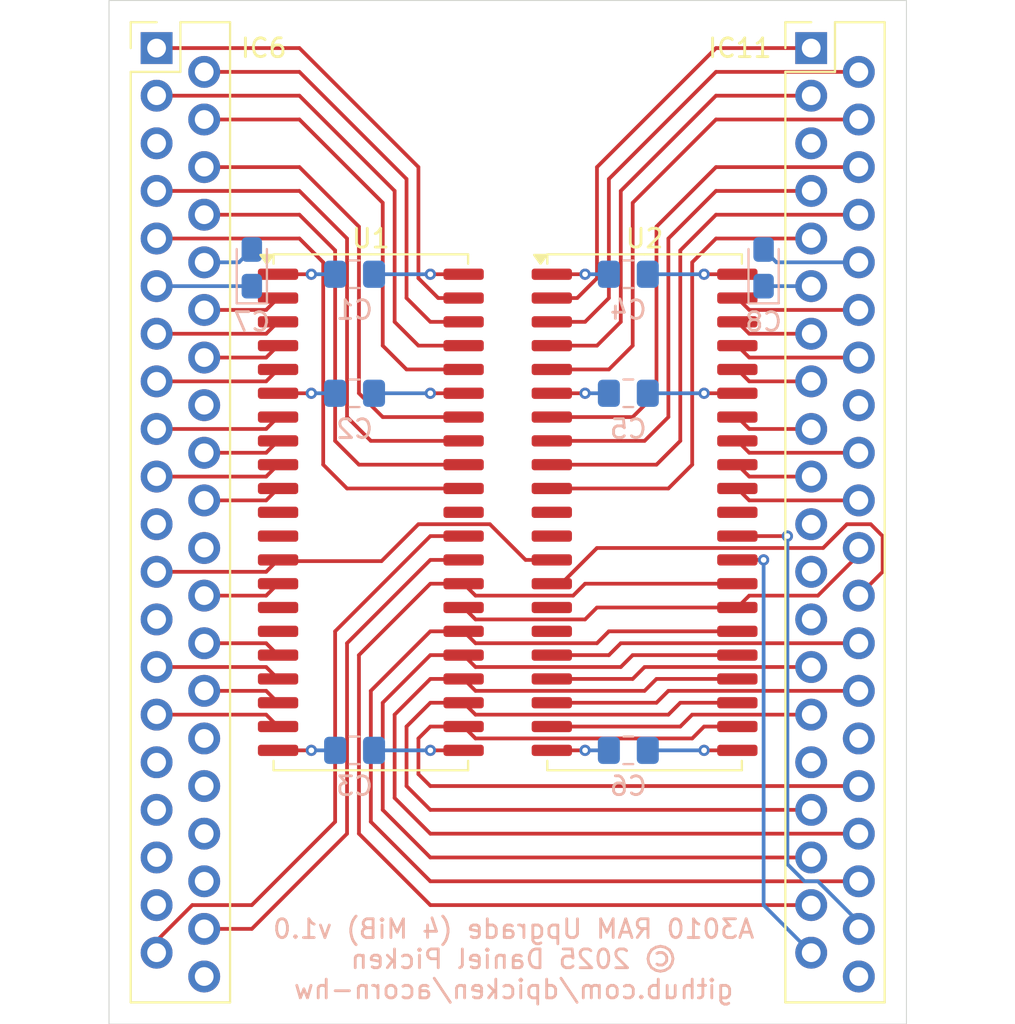
<source format=kicad_pcb>
(kicad_pcb (version 20241229) (generator "pcbnew") (generator_version "9.0")
  (title_block (title "a3010-ram-upgrade") (date "2025-09-29") (rev "1.0"))
  (layers (0 "F.Cu" signal) (4 "In1.Cu" power) (6 "In2.Cu" power) (2 "B.Cu" signal) (13 "F.Paste" user) (15 "B.Paste" user) (5 "F.SilkS" user "F.Silkscreen") (7 "B.SilkS" user "B.Silkscreen") (1 "F.Mask" user) (3 "B.Mask" user) (25 "Edge.Cuts" user))
  (net 0 "")
  (net 1 "Rd<8>")
  (net 2 "Rd<0>")
  (net 3 "Rd<6>")
  (net 4 "Rd<15>")
  (net 5 "Net-(IC6-A1)")
  (net 6 "Rd<9>")
  (net 7 "Net-(IC6-A2)")
  (net 8 "~{CAS_Rd<0..7>}")
  (net 9 "Rd<3>")
  (net 10 "Net-(IC6-A3)")
  (net 11 "VCC")
  (net 13 "Rd<14>")
  (net 14 "~{WE}")
  (net 16 "Rd<12>")
  (net 18 "Rd<2>")
  (net 19 "GND")
  (net 21 "Rd<1>")
  (net 22 "~{CAS_Rd<8..15>}")
  (net 23 "Rd<10>")
  (net 26 "Rd<4>")
  (net 28 "Net-(IC6-A0)")
  (net 29 "Rd<5>")
  (net 30 "Rd<7>")
  (net 34 "Net-(IC6-Ras*)")
  (net 35 "Rd<13>")
  (net 36 "Rd<11>")
  (net 37 "Rd<21>")
  (net 38 "Rd<29>")
  (net 39 "Rd<22>")
  (net 40 "Rd<19>")
  (net 41 "~{CAS_Rd<16..23>}")
  (net 42 "Rd<18>")
  (net 43 "A8")
  (net 44 "Rd<17>")
  (net 45 "A5")
  (net 46 "~{CAS_Rd<24..31>}")
  (net 50 "Rd<30>")
  (net 51 "A6")
  (net 52 "Rd<28>")
  (net 53 "Net-(IC11-Ras*)")
  (net 54 "Rd<26>")
  (net 55 "Rd<25>")
  (net 56 "Rd<16>")
  (net 57 "A7")
  (net 58 "Rd<20>")
  (net 59 "Rd<23>")
  (net 61 "A4")
  (net 62 "Rd<31>")
  (net 63 "Rd<27>")
  (net 64 "Rd<24>")
  (net 75 "~{OE}")
  (net 76 "A9")
  (net 77 "Net-(IC11-A1)")
  (net 78 "Net-(IC11-A0)")
  (net 79 "Net-(IC11-A3)")
  (net 80 "Net-(IC11-A2)")
  (footprint "acorn-hw-footprints:zip-40" (layer "F.Cu") (at 128.27 76.2)
    (property "Reference" "IC6" (at 4.445 -25.4 0) (layer "F.SilkS"))
    (property "Value" "a3010-upgrade-memory")
    (pad "1" thru_hole rect (at -1.27 -25.4) (size 1.7 1.7) (drill 1) (layers "*.Cu" "*.Mask") (net 1 "Rd<8>"))
    (pad "2" thru_hole circle (at 1.27 -24.13) (size 1.7 1.7) (drill 1) (layers "*.Cu" "*.Mask") (net 6 "Rd<9>"))
    (pad "3" thru_hole circle (at -1.27 -22.86) (size 1.7 1.7) (drill 1) (layers "*.Cu" "*.Mask") (net 23 "Rd<10>"))
    (pad "4" thru_hole circle (at 1.27 -21.59) (size 1.7 1.7) (drill 1) (layers "*.Cu" "*.Mask") (net 36 "Rd<11>"))
    (pad "5" thru_hole circle (at -1.27 -20.32) (size 1.7 1.7) (drill 1) (layers "*.Cu" "*.Mask") (net 19 "GND"))
    (pad "6" thru_hole circle (at 1.27 -19.05) (size 1.7 1.7) (drill 1) (layers "*.Cu" "*.Mask") (net 16 "Rd<12>"))
    (pad "7" thru_hole circle (at -1.27 -17.78) (size 1.7 1.7) (drill 1) (layers "*.Cu" "*.Mask") (net 35 "Rd<13>"))
    (pad "8" thru_hole circle (at 1.27 -16.51) (size 1.7 1.7) (drill 1) (layers "*.Cu" "*.Mask") (net 13 "Rd<14>"))
    (pad "9" thru_hole circle (at -1.27 -15.24) (size 1.7 1.7) (drill 1) (layers "*.Cu" "*.Mask") (net 4 "Rd<15>"))
    (pad "10" thru_hole circle (at 1.27 -13.97) (size 1.7 1.7) (drill 1) (layers "*.Cu" "*.Mask") (net 19 "GND"))
    (pad "11" thru_hole circle (at -1.27 -12.7) (size 1.7 1.7) (drill 1) (layers "*.Cu" "*.Mask") (net 11 "VCC"))
    (pad "12" thru_hole circle (at 1.27 -11.43) (size 1.7 1.7) (drill 1) (layers "*.Cu" "*.Mask") (net 2 "Rd<0>"))
    (pad "13" thru_hole circle (at -1.27 -10.16) (size 1.7 1.7) (drill 1) (layers "*.Cu" "*.Mask") (net 21 "Rd<1>"))
    (pad "14" thru_hole circle (at 1.27 -8.89) (size 1.7 1.7) (drill 1) (layers "*.Cu" "*.Mask") (net 18 "Rd<2>"))
    (pad "15" thru_hole circle (at -1.27 -7.62) (size 1.7 1.7) (drill 1) (layers "*.Cu" "*.Mask") (net 9 "Rd<3>"))
    (pad "16" thru_hole circle (at 1.27 -6.35) (size 1.7 1.7) (drill 1) (layers "*.Cu" "*.Mask") (net 11 "VCC"))
    (pad "17" thru_hole circle (at -1.27 -5.08) (size 1.7 1.7) (drill 1) (layers "*.Cu" "*.Mask") (net 26 "Rd<4>"))
    (pad "18" thru_hole circle (at 1.27 -3.81) (size 1.7 1.7) (drill 1) (layers "*.Cu" "*.Mask") (net 29 "Rd<5>"))
    (pad "19" thru_hole circle (at -1.27 -2.54) (size 1.7 1.7) (drill 1) (layers "*.Cu" "*.Mask") (net 3 "Rd<6>"))
    (pad "20" thru_hole circle (at 1.27 -1.27) (size 1.7 1.7) (drill 1) (layers "*.Cu" "*.Mask") (net 30 "Rd<7>"))
    (pad "21" thru_hole circle (at -1.27 0) (size 1.7 1.7) (drill 1) (layers "*.Cu" "*.Mask"))
    (pad "22" thru_hole circle (at 1.27 1.27) (size 1.7 1.7) (drill 1) (layers "*.Cu" "*.Mask"))
    (pad "23" thru_hole circle (at -1.27 2.54) (size 1.7 1.7) (drill 1) (layers "*.Cu" "*.Mask") (net 14 "~{WE}"))
    (pad "24" thru_hole circle (at 1.27 3.81) (size 1.7 1.7) (drill 1) (layers "*.Cu" "*.Mask") (net 34 "Net-(IC6-Ras*)"))
    (pad "25" thru_hole circle (at -1.27 5.08) (size 1.7 1.7) (drill 1) (layers "*.Cu" "*.Mask"))
    (pad "26" thru_hole circle (at 1.27 6.35) (size 1.7 1.7) (drill 1) (layers "*.Cu" "*.Mask") (net 28 "Net-(IC6-A0)"))
    (pad "27" thru_hole circle (at -1.27 7.62) (size 1.7 1.7) (drill 1) (layers "*.Cu" "*.Mask") (net 5 "Net-(IC6-A1)"))
    (pad "28" thru_hole circle (at 1.27 8.89) (size 1.7 1.7) (drill 1) (layers "*.Cu" "*.Mask") (net 7 "Net-(IC6-A2)"))
    (pad "29" thru_hole circle (at -1.27 10.16) (size 1.7 1.7) (drill 1) (layers "*.Cu" "*.Mask") (net 10 "Net-(IC6-A3)"))
    (pad "30" thru_hole circle (at 1.27 11.43) (size 1.7 1.7) (drill 1) (layers "*.Cu" "*.Mask") (net 11 "VCC"))
    (pad "31" thru_hole circle (at -1.27 12.7) (size 1.7 1.7) (drill 1) (layers "*.Cu" "*.Mask") (net 19 "GND"))
    (pad "32" thru_hole circle (at 1.27 13.97) (size 1.7 1.7) (drill 1) (layers "*.Cu" "*.Mask"))
    (pad "33" thru_hole circle (at -1.27 15.24) (size 1.7 1.7) (drill 1) (layers "*.Cu" "*.Mask"))
    (pad "34" thru_hole circle (at 1.27 16.51) (size 1.7 1.7) (drill 1) (layers "*.Cu" "*.Mask"))
    (pad "35" thru_hole circle (at -1.27 17.78) (size 1.7 1.7) (drill 1) (layers "*.Cu" "*.Mask"))
    (pad "36" thru_hole circle (at 1.27 19.05) (size 1.7 1.7) (drill 1) (layers "*.Cu" "*.Mask"))
    (pad "37" thru_hole circle (at -1.27 20.32) (size 1.7 1.7) (drill 1) (layers "*.Cu" "*.Mask"))
    (pad "38" thru_hole circle (at 1.27 21.59) (size 1.7 1.7) (drill 1) (layers "*.Cu" "*.Mask") (net 22 "~{CAS_Rd<8..15>}"))
    (pad "39" thru_hole circle (at -1.27 22.86) (size 1.7 1.7) (drill 1) (layers "*.Cu" "*.Mask") (net 8 "~{CAS_Rd<0..7>}"))
    (pad "40" thru_hole circle (at 1.27 24.13) (size 1.7 1.7) (drill 1) (layers "*.Cu" "*.Mask"))
  )
  (footprint "acorn-hw-footprints:SOJ-42_10.16x26.035mm_P1.27mm" (layer "F.Cu") (at 153.035 76.2)
    (property "Reference" "U2" (at 0 -15.24 0) (layer "F.SilkS"))
    (property "Value" "MT4C1M16E5DJ")
    (pad "1" smd roundrect (at -4.95 -13.335) (size 2.15 0.6) (layers "F.Cu" "F.Mask" "F.Paste") (net 11 "VCC"))
    (pad "2" smd roundrect (at -4.95 -12.065) (size 2.15 0.6) (layers "F.Cu" "F.Mask" "F.Paste") (net 64 "Rd<24>"))
    (pad "3" smd roundrect (at -4.95 -10.795) (size 2.15 0.6) (layers "F.Cu" "F.Mask" "F.Paste") (net 55 "Rd<25>"))
    (pad "4" smd roundrect (at -4.95 -9.525) (size 2.15 0.6) (layers "F.Cu" "F.Mask" "F.Paste") (net 54 "Rd<26>"))
    (pad "5" smd roundrect (at -4.95 -8.255) (size 2.15 0.6) (layers "F.Cu" "F.Mask" "F.Paste") (net 63 "Rd<27>"))
    (pad "6" smd roundrect (at -4.95 -6.985) (size 2.15 0.6) (layers "F.Cu" "F.Mask" "F.Paste") (net 11 "VCC"))
    (pad "7" smd roundrect (at -4.95 -5.715) (size 2.15 0.6) (layers "F.Cu" "F.Mask" "F.Paste") (net 52 "Rd<28>"))
    (pad "8" smd roundrect (at -4.95 -4.445) (size 2.15 0.6) (layers "F.Cu" "F.Mask" "F.Paste") (net 38 "Rd<29>"))
    (pad "9" smd roundrect (at -4.95 -3.175) (size 2.15 0.6) (layers "F.Cu" "F.Mask" "F.Paste") (net 50 "Rd<30>"))
    (pad "10" smd roundrect (at -4.95 -1.905) (size 2.15 0.6) (layers "F.Cu" "F.Mask" "F.Paste") (net 62 "Rd<31>"))
    (pad "11" smd roundrect (at -4.95 -0.635) (size 2.15 0.6) (layers "F.Cu" "F.Mask" "F.Paste"))
    (pad "12" smd roundrect (at -4.95 0.635) (size 2.15 0.6) (layers "F.Cu" "F.Mask" "F.Paste"))
    (pad "13" smd roundrect (at -4.95 1.905) (size 2.15 0.6) (layers "F.Cu" "F.Mask" "F.Paste") (net 14 "~{WE}"))
    (pad "14" smd roundrect (at -4.95 3.175) (size 2.15 0.6) (layers "F.Cu" "F.Mask" "F.Paste") (net 53 "Net-(IC11-Ras*)"))
    (pad "15" smd roundrect (at -4.95 4.445) (size 2.15 0.6) (layers "F.Cu" "F.Mask" "F.Paste"))
    (pad "16" smd roundrect (at -4.95 5.715) (size 2.15 0.6) (layers "F.Cu" "F.Mask" "F.Paste"))
    (pad "17" smd roundrect (at -4.95 6.985) (size 2.15 0.6) (layers "F.Cu" "F.Mask" "F.Paste") (net 78 "Net-(IC11-A0)"))
    (pad "18" smd roundrect (at -4.95 8.255) (size 2.15 0.6) (layers "F.Cu" "F.Mask" "F.Paste") (net 77 "Net-(IC11-A1)"))
    (pad "19" smd roundrect (at -4.95 9.525) (size 2.15 0.6) (layers "F.Cu" "F.Mask" "F.Paste") (net 80 "Net-(IC11-A2)"))
    (pad "20" smd roundrect (at -4.95 10.795) (size 2.15 0.6) (layers "F.Cu" "F.Mask" "F.Paste") (net 79 "Net-(IC11-A3)"))
    (pad "21" smd roundrect (at -4.95 12.065) (size 2.15 0.6) (layers "F.Cu" "F.Mask" "F.Paste") (net 11 "VCC"))
    (pad "22" smd roundrect (at 4.95 12.065) (size 2.15 0.6) (layers "F.Cu" "F.Mask" "F.Paste") (net 19 "GND"))
    (pad "23" smd roundrect (at 4.95 10.795) (size 2.15 0.6) (layers "F.Cu" "F.Mask" "F.Paste") (net 61 "A4"))
    (pad "24" smd roundrect (at 4.95 9.525) (size 2.15 0.6) (layers "F.Cu" "F.Mask" "F.Paste") (net 45 "A5"))
    (pad "25" smd roundrect (at 4.95 8.255) (size 2.15 0.6) (layers "F.Cu" "F.Mask" "F.Paste") (net 51 "A6"))
    (pad "26" smd roundrect (at 4.95 6.985) (size 2.15 0.6) (layers "F.Cu" "F.Mask" "F.Paste") (net 57 "A7"))
    (pad "27" smd roundrect (at 4.95 5.715) (size 2.15 0.6) (layers "F.Cu" "F.Mask" "F.Paste") (net 43 "A8"))
    (pad "28" smd roundrect (at 4.95 4.445) (size 2.15 0.6) (layers "F.Cu" "F.Mask" "F.Paste") (net 76 "A9"))
    (pad "29" smd roundrect (at 4.95 3.175) (size 2.15 0.6) (layers "F.Cu" "F.Mask" "F.Paste") (net 75 "~{OE}"))
    (pad "30" smd roundrect (at 4.95 1.905) (size 2.15 0.6) (layers "F.Cu" "F.Mask" "F.Paste") (net 41 "~{CAS_Rd<16..23>}"))
    (pad "31" smd roundrect (at 4.95 0.635) (size 2.15 0.6) (layers "F.Cu" "F.Mask" "F.Paste") (net 46 "~{CAS_Rd<24..31>}"))
    (pad "32" smd roundrect (at 4.95 -0.635) (size 2.15 0.6) (layers "F.Cu" "F.Mask" "F.Paste"))
    (pad "33" smd roundrect (at 4.95 -1.905) (size 2.15 0.6) (layers "F.Cu" "F.Mask" "F.Paste") (net 59 "Rd<23>"))
    (pad "34" smd roundrect (at 4.95 -3.175) (size 2.15 0.6) (layers "F.Cu" "F.Mask" "F.Paste") (net 39 "Rd<22>"))
    (pad "35" smd roundrect (at 4.95 -4.445) (size 2.15 0.6) (layers "F.Cu" "F.Mask" "F.Paste") (net 37 "Rd<21>"))
    (pad "36" smd roundrect (at 4.95 -5.715) (size 2.15 0.6) (layers "F.Cu" "F.Mask" "F.Paste") (net 58 "Rd<20>"))
    (pad "37" smd roundrect (at 4.95 -6.985) (size 2.15 0.6) (layers "F.Cu" "F.Mask" "F.Paste") (net 19 "GND"))
    (pad "38" smd roundrect (at 4.95 -8.255) (size 2.15 0.6) (layers "F.Cu" "F.Mask" "F.Paste") (net 40 "Rd<19>"))
    (pad "39" smd roundrect (at 4.95 -9.525) (size 2.15 0.6) (layers "F.Cu" "F.Mask" "F.Paste") (net 42 "Rd<18>"))
    (pad "40" smd roundrect (at 4.95 -10.795) (size 2.15 0.6) (layers "F.Cu" "F.Mask" "F.Paste") (net 44 "Rd<17>"))
    (pad "41" smd roundrect (at 4.95 -12.065) (size 2.15 0.6) (layers "F.Cu" "F.Mask" "F.Paste") (net 56 "Rd<16>"))
    (pad "42" smd roundrect (at 4.95 -13.335) (size 2.15 0.6) (layers "F.Cu" "F.Mask" "F.Paste") (net 19 "GND"))
  )
  (footprint "acorn-hw-footprints:SOJ-42_10.16x26.035mm_P1.27mm" (layer "F.Cu") (at 138.43 76.2)
    (property "Reference" "U1" (at 0 -15.24 0) (layer "F.SilkS"))
    (property "Value" "MT4C1M16E5DJ")
    (pad "1" smd roundrect (at -4.95 -13.335) (size 2.15 0.6) (layers "F.Cu" "F.Mask" "F.Paste") (net 11 "VCC"))
    (pad "2" smd roundrect (at -4.95 -12.065) (size 2.15 0.6) (layers "F.Cu" "F.Mask" "F.Paste") (net 2 "Rd<0>"))
    (pad "3" smd roundrect (at -4.95 -10.795) (size 2.15 0.6) (layers "F.Cu" "F.Mask" "F.Paste") (net 21 "Rd<1>"))
    (pad "4" smd roundrect (at -4.95 -9.525) (size 2.15 0.6) (layers "F.Cu" "F.Mask" "F.Paste") (net 18 "Rd<2>"))
    (pad "5" smd roundrect (at -4.95 -8.255) (size 2.15 0.6) (layers "F.Cu" "F.Mask" "F.Paste") (net 9 "Rd<3>"))
    (pad "6" smd roundrect (at -4.95 -6.985) (size 2.15 0.6) (layers "F.Cu" "F.Mask" "F.Paste") (net 11 "VCC"))
    (pad "7" smd roundrect (at -4.95 -5.715) (size 2.15 0.6) (layers "F.Cu" "F.Mask" "F.Paste") (net 26 "Rd<4>"))
    (pad "8" smd roundrect (at -4.95 -4.445) (size 2.15 0.6) (layers "F.Cu" "F.Mask" "F.Paste") (net 29 "Rd<5>"))
    (pad "9" smd roundrect (at -4.95 -3.175) (size 2.15 0.6) (layers "F.Cu" "F.Mask" "F.Paste") (net 3 "Rd<6>"))
    (pad "10" smd roundrect (at -4.95 -1.905) (size 2.15 0.6) (layers "F.Cu" "F.Mask" "F.Paste") (net 30 "Rd<7>"))
    (pad "11" smd roundrect (at -4.95 -0.635) (size 2.15 0.6) (layers "F.Cu" "F.Mask" "F.Paste"))
    (pad "12" smd roundrect (at -4.95 0.635) (size 2.15 0.6) (layers "F.Cu" "F.Mask" "F.Paste"))
    (pad "13" smd roundrect (at -4.95 1.905) (size 2.15 0.6) (layers "F.Cu" "F.Mask" "F.Paste") (net 14 "~{WE}"))
    (pad "14" smd roundrect (at -4.95 3.175) (size 2.15 0.6) (layers "F.Cu" "F.Mask" "F.Paste") (net 34 "Net-(IC6-Ras*)"))
    (pad "15" smd roundrect (at -4.95 4.445) (size 2.15 0.6) (layers "F.Cu" "F.Mask" "F.Paste"))
    (pad "16" smd roundrect (at -4.95 5.715) (size 2.15 0.6) (layers "F.Cu" "F.Mask" "F.Paste"))
    (pad "17" smd roundrect (at -4.95 6.985) (size 2.15 0.6) (layers "F.Cu" "F.Mask" "F.Paste") (net 28 "Net-(IC6-A0)"))
    (pad "18" smd roundrect (at -4.95 8.255) (size 2.15 0.6) (layers "F.Cu" "F.Mask" "F.Paste") (net 5 "Net-(IC6-A1)"))
    (pad "19" smd roundrect (at -4.95 9.525) (size 2.15 0.6) (layers "F.Cu" "F.Mask" "F.Paste") (net 7 "Net-(IC6-A2)"))
    (pad "20" smd roundrect (at -4.95 10.795) (size 2.15 0.6) (layers "F.Cu" "F.Mask" "F.Paste") (net 10 "Net-(IC6-A3)"))
    (pad "21" smd roundrect (at -4.95 12.065) (size 2.15 0.6) (layers "F.Cu" "F.Mask" "F.Paste") (net 11 "VCC"))
    (pad "22" smd roundrect (at 4.95 12.065) (size 2.15 0.6) (layers "F.Cu" "F.Mask" "F.Paste") (net 19 "GND"))
    (pad "23" smd roundrect (at 4.95 10.795) (size 2.15 0.6) (layers "F.Cu" "F.Mask" "F.Paste") (net 61 "A4"))
    (pad "24" smd roundrect (at 4.95 9.525) (size 2.15 0.6) (layers "F.Cu" "F.Mask" "F.Paste") (net 45 "A5"))
    (pad "25" smd roundrect (at 4.95 8.255) (size 2.15 0.6) (layers "F.Cu" "F.Mask" "F.Paste") (net 51 "A6"))
    (pad "26" smd roundrect (at 4.95 6.985) (size 2.15 0.6) (layers "F.Cu" "F.Mask" "F.Paste") (net 57 "A7"))
    (pad "27" smd roundrect (at 4.95 5.715) (size 2.15 0.6) (layers "F.Cu" "F.Mask" "F.Paste") (net 43 "A8"))
    (pad "28" smd roundrect (at 4.95 4.445) (size 2.15 0.6) (layers "F.Cu" "F.Mask" "F.Paste") (net 76 "A9"))
    (pad "29" smd roundrect (at 4.95 3.175) (size 2.15 0.6) (layers "F.Cu" "F.Mask" "F.Paste") (net 75 "~{OE}"))
    (pad "30" smd roundrect (at 4.95 1.905) (size 2.15 0.6) (layers "F.Cu" "F.Mask" "F.Paste") (net 22 "~{CAS_Rd<8..15>}"))
    (pad "31" smd roundrect (at 4.95 0.635) (size 2.15 0.6) (layers "F.Cu" "F.Mask" "F.Paste") (net 8 "~{CAS_Rd<0..7>}"))
    (pad "32" smd roundrect (at 4.95 -0.635) (size 2.15 0.6) (layers "F.Cu" "F.Mask" "F.Paste"))
    (pad "33" smd roundrect (at 4.95 -1.905) (size 2.15 0.6) (layers "F.Cu" "F.Mask" "F.Paste") (net 4 "Rd<15>"))
    (pad "34" smd roundrect (at 4.95 -3.175) (size 2.15 0.6) (layers "F.Cu" "F.Mask" "F.Paste") (net 13 "Rd<14>"))
    (pad "35" smd roundrect (at 4.95 -4.445) (size 2.15 0.6) (layers "F.Cu" "F.Mask" "F.Paste") (net 35 "Rd<13>"))
    (pad "36" smd roundrect (at 4.95 -5.715) (size 2.15 0.6) (layers "F.Cu" "F.Mask" "F.Paste") (net 16 "Rd<12>"))
    (pad "37" smd roundrect (at 4.95 -6.985) (size 2.15 0.6) (layers "F.Cu" "F.Mask" "F.Paste") (net 19 "GND"))
    (pad "38" smd roundrect (at 4.95 -8.255) (size 2.15 0.6) (layers "F.Cu" "F.Mask" "F.Paste") (net 36 "Rd<11>"))
    (pad "39" smd roundrect (at 4.95 -9.525) (size 2.15 0.6) (layers "F.Cu" "F.Mask" "F.Paste") (net 23 "Rd<10>"))
    (pad "40" smd roundrect (at 4.95 -10.795) (size 2.15 0.6) (layers "F.Cu" "F.Mask" "F.Paste") (net 6 "Rd<9>"))
    (pad "41" smd roundrect (at 4.95 -12.065) (size 2.15 0.6) (layers "F.Cu" "F.Mask" "F.Paste") (net 1 "Rd<8>"))
    (pad "42" smd roundrect (at 4.95 -13.335) (size 2.15 0.6) (layers "F.Cu" "F.Mask" "F.Paste") (net 19 "GND"))
  )
  (footprint "acorn-hw-footprints:zip-40" (layer "F.Cu") (at 163.195 76.2)
    (property "Reference" "IC11" (at -5.08 -25.4 0) (layer "F.SilkS"))
    (property "Value" "a3010-upgrade-memory")
    (pad "1" thru_hole rect (at -1.27 -25.4) (size 1.7 1.7) (drill 1) (layers "*.Cu" "*.Mask") (net 64 "Rd<24>"))
    (pad "2" thru_hole circle (at 1.27 -24.13) (size 1.7 1.7) (drill 1) (layers "*.Cu" "*.Mask") (net 55 "Rd<25>"))
    (pad "3" thru_hole circle (at -1.27 -22.86) (size 1.7 1.7) (drill 1) (layers "*.Cu" "*.Mask") (net 54 "Rd<26>"))
    (pad "4" thru_hole circle (at 1.27 -21.59) (size 1.7 1.7) (drill 1) (layers "*.Cu" "*.Mask") (net 63 "Rd<27>"))
    (pad "5" thru_hole circle (at -1.27 -20.32) (size 1.7 1.7) (drill 1) (layers "*.Cu" "*.Mask") (net 19 "GND"))
    (pad "6" thru_hole circle (at 1.27 -19.05) (size 1.7 1.7) (drill 1) (layers "*.Cu" "*.Mask") (net 52 "Rd<28>"))
    (pad "7" thru_hole circle (at -1.27 -17.78) (size 1.7 1.7) (drill 1) (layers "*.Cu" "*.Mask") (net 38 "Rd<29>"))
    (pad "8" thru_hole circle (at 1.27 -16.51) (size 1.7 1.7) (drill 1) (layers "*.Cu" "*.Mask") (net 50 "Rd<30>"))
    (pad "9" thru_hole circle (at -1.27 -15.24) (size 1.7 1.7) (drill 1) (layers "*.Cu" "*.Mask") (net 62 "Rd<31>"))
    (pad "10" thru_hole circle (at 1.27 -13.97) (size 1.7 1.7) (drill 1) (layers "*.Cu" "*.Mask") (net 19 "GND"))
    (pad "11" thru_hole circle (at -1.27 -12.7) (size 1.7 1.7) (drill 1) (layers "*.Cu" "*.Mask") (net 11 "VCC"))
    (pad "12" thru_hole circle (at 1.27 -11.43) (size 1.7 1.7) (drill 1) (layers "*.Cu" "*.Mask") (net 56 "Rd<16>"))
    (pad "13" thru_hole circle (at -1.27 -10.16) (size 1.7 1.7) (drill 1) (layers "*.Cu" "*.Mask") (net 44 "Rd<17>"))
    (pad "14" thru_hole circle (at 1.27 -8.89) (size 1.7 1.7) (drill 1) (layers "*.Cu" "*.Mask") (net 42 "Rd<18>"))
    (pad "15" thru_hole circle (at -1.27 -7.62) (size 1.7 1.7) (drill 1) (layers "*.Cu" "*.Mask") (net 40 "Rd<19>"))
    (pad "16" thru_hole circle (at 1.27 -6.35) (size 1.7 1.7) (drill 1) (layers "*.Cu" "*.Mask") (net 11 "VCC"))
    (pad "17" thru_hole circle (at -1.27 -5.08) (size 1.7 1.7) (drill 1) (layers "*.Cu" "*.Mask") (net 58 "Rd<20>"))
    (pad "18" thru_hole circle (at 1.27 -3.81) (size 1.7 1.7) (drill 1) (layers "*.Cu" "*.Mask") (net 37 "Rd<21>"))
    (pad "19" thru_hole circle (at -1.27 -2.54) (size 1.7 1.7) (drill 1) (layers "*.Cu" "*.Mask") (net 39 "Rd<22>"))
    (pad "20" thru_hole circle (at 1.27 -1.27) (size 1.7 1.7) (drill 1) (layers "*.Cu" "*.Mask") (net 59 "Rd<23>"))
    (pad "21" thru_hole circle (at -1.27 0) (size 1.7 1.7) (drill 1) (layers "*.Cu" "*.Mask"))
    (pad "22" thru_hole circle (at 1.27 1.27) (size 1.7 1.7) (drill 1) (layers "*.Cu" "*.Mask") (net 76 "A9"))
    (pad "23" thru_hole circle (at -1.27 2.54) (size 1.7 1.7) (drill 1) (layers "*.Cu" "*.Mask"))
    (pad "24" thru_hole circle (at 1.27 3.81) (size 1.7 1.7) (drill 1) (layers "*.Cu" "*.Mask") (net 53 "Net-(IC11-Ras*)"))
    (pad "25" thru_hole circle (at -1.27 5.08) (size 1.7 1.7) (drill 1) (layers "*.Cu" "*.Mask"))
    (pad "26" thru_hole circle (at 1.27 6.35) (size 1.7 1.7) (drill 1) (layers "*.Cu" "*.Mask") (net 78 "Net-(IC11-A0)"))
    (pad "27" thru_hole circle (at -1.27 7.62) (size 1.7 1.7) (drill 1) (layers "*.Cu" "*.Mask") (net 77 "Net-(IC11-A1)"))
    (pad "28" thru_hole circle (at 1.27 8.89) (size 1.7 1.7) (drill 1) (layers "*.Cu" "*.Mask") (net 80 "Net-(IC11-A2)"))
    (pad "29" thru_hole circle (at -1.27 10.16) (size 1.7 1.7) (drill 1) (layers "*.Cu" "*.Mask") (net 79 "Net-(IC11-A3)"))
    (pad "30" thru_hole circle (at 1.27 11.43) (size 1.7 1.7) (drill 1) (layers "*.Cu" "*.Mask") (net 11 "VCC"))
    (pad "31" thru_hole circle (at -1.27 12.7) (size 1.7 1.7) (drill 1) (layers "*.Cu" "*.Mask") (net 19 "GND"))
    (pad "32" thru_hole circle (at 1.27 13.97) (size 1.7 1.7) (drill 1) (layers "*.Cu" "*.Mask") (net 61 "A4"))
    (pad "33" thru_hole circle (at -1.27 15.24) (size 1.7 1.7) (drill 1) (layers "*.Cu" "*.Mask") (net 45 "A5"))
    (pad "34" thru_hole circle (at 1.27 16.51) (size 1.7 1.7) (drill 1) (layers "*.Cu" "*.Mask") (net 51 "A6"))
    (pad "35" thru_hole circle (at -1.27 17.78) (size 1.7 1.7) (drill 1) (layers "*.Cu" "*.Mask") (net 57 "A7"))
    (pad "36" thru_hole circle (at 1.27 19.05) (size 1.7 1.7) (drill 1) (layers "*.Cu" "*.Mask") (net 43 "A8"))
    (pad "37" thru_hole circle (at -1.27 20.32) (size 1.7 1.7) (drill 1) (layers "*.Cu" "*.Mask") (net 75 "~{OE}"))
    (pad "38" thru_hole circle (at 1.27 21.59) (size 1.7 1.7) (drill 1) (layers "*.Cu" "*.Mask") (net 46 "~{CAS_Rd<24..31>}"))
    (pad "39" thru_hole circle (at -1.27 22.86) (size 1.7 1.7) (drill 1) (layers "*.Cu" "*.Mask") (net 41 "~{CAS_Rd<16..23>}"))
    (pad "40" thru_hole circle (at 1.27 24.13) (size 1.7 1.7) (drill 1) (layers "*.Cu" "*.Mask"))
  )
  (footprint "Capacitor_SMD:C_0805_2012Metric_Pad1.18x1.45mm_HandSolder" (layer "B.Cu") (at 152.1675 88.265)
    (property "Reference" "C6" (at 0 1.905 0) (layer "B.SilkS") (effects (justify mirror)))
    (property "Value" "0.1uF")
    (pad "1" smd roundrect (at -1.0375 0) (size 1.175 1.45) (layers "B.Cu" "B.Mask" "B.Paste") (roundrect_rratio 0.212766) (net 11 "VCC"))
    (pad "2" smd roundrect (at 1.0375 0) (size 1.175 1.45) (layers "B.Cu" "B.Mask" "B.Paste") (roundrect_rratio 0.212766) (net 19 "GND"))
  )
  (footprint "Capacitor_Tantalum_SMD:CP_EIA-2012-12_Kemet-R_HandSolder" (layer "B.Cu") (at 159.385 62.5225 90)
    (property "Reference" "C8" (at -2.8825 0 0) (layer "B.SilkS") (effects (justify mirror)))
    (property "Value" "10uF")
    (pad "1" smd roundrect (at -0.9775 0 90) (size 1.315 1.09) (layers "B.Cu" "B.Mask" "B.Paste") (roundrect_rratio 0.229358) (net 11 "VCC"))
    (pad "2" smd roundrect (at 0.9775 0 90) (size 1.315 1.09) (layers "B.Cu" "B.Mask" "B.Paste") (roundrect_rratio 0.229358) (net 19 "GND"))
  )
  (footprint "Capacitor_SMD:C_0805_2012Metric_Pad1.18x1.45mm_HandSolder" (layer "B.Cu") (at 137.5625 88.265)
    (property "Reference" "C3" (at 0 1.905 0) (layer "B.SilkS") (effects (justify mirror)))
    (property "Value" "0.1uF")
    (pad "1" smd roundrect (at -1.0375 0) (size 1.175 1.45) (layers "B.Cu" "B.Mask" "B.Paste") (roundrect_rratio 0.212766) (net 11 "VCC"))
    (pad "2" smd roundrect (at 1.0375 0) (size 1.175 1.45) (layers "B.Cu" "B.Mask" "B.Paste") (roundrect_rratio 0.212766) (net 19 "GND"))
  )
  (footprint "Capacitor_Tantalum_SMD:CP_EIA-2012-12_Kemet-R_HandSolder" (layer "B.Cu") (at 132.08 62.5225 90)
    (property "Reference" "C7" (at -2.8825 0 0) (layer "B.SilkS") (effects (justify mirror)))
    (property "Value" "10uF")
    (pad "1" smd roundrect (at -0.9775 0 90) (size 1.315 1.09) (layers "B.Cu" "B.Mask" "B.Paste") (roundrect_rratio 0.229358) (net 11 "VCC"))
    (pad "2" smd roundrect (at 0.9775 0 90) (size 1.315 1.09) (layers "B.Cu" "B.Mask" "B.Paste") (roundrect_rratio 0.229358) (net 19 "GND"))
  )
  (footprint "Capacitor_SMD:C_0805_2012Metric_Pad1.18x1.45mm_HandSolder" (layer "B.Cu") (at 152.1675 62.865)
    (property "Reference" "C4" (at 0 1.905 0) (layer "B.SilkS") (effects (justify mirror)))
    (property "Value" "0.1uF")
    (pad "1" smd roundrect (at -1.0375 0) (size 1.175 1.45) (layers "B.Cu" "B.Mask" "B.Paste") (roundrect_rratio 0.212766) (net 11 "VCC"))
    (pad "2" smd roundrect (at 1.0375 0) (size 1.175 1.45) (layers "B.Cu" "B.Mask" "B.Paste") (roundrect_rratio 0.212766) (net 19 "GND"))
  )
  (footprint "Capacitor_SMD:C_0805_2012Metric_Pad1.18x1.45mm_HandSolder" (layer "B.Cu") (at 137.5625 69.215)
    (property "Reference" "C2" (at 0 1.905 0) (layer "B.SilkS") (effects (justify mirror)))
    (property "Value" "0.1uF")
    (pad "1" smd roundrect (at -1.0375 0) (size 1.175 1.45) (layers "B.Cu" "B.Mask" "B.Paste") (roundrect_rratio 0.212766) (net 11 "VCC"))
    (pad "2" smd roundrect (at 1.0375 0) (size 1.175 1.45) (layers "B.Cu" "B.Mask" "B.Paste") (roundrect_rratio 0.212766) (net 19 "GND"))
  )
  (footprint "Capacitor_SMD:C_0805_2012Metric_Pad1.18x1.45mm_HandSolder" (layer "B.Cu") (at 137.5625 62.865)
    (property "Reference" "C1" (at 0 1.905 0) (layer "B.SilkS") (effects (justify mirror)))
    (property "Value" "0.1uF")
    (pad "1" smd roundrect (at -1.0375 0) (size 1.175 1.45) (layers "B.Cu" "B.Mask" "B.Paste") (roundrect_rratio 0.212766) (net 11 "VCC"))
    (pad "2" smd roundrect (at 1.0375 0) (size 1.175 1.45) (layers "B.Cu" "B.Mask" "B.Paste") (roundrect_rratio 0.212766) (net 19 "GND"))
  )
  (footprint "Capacitor_SMD:C_0805_2012Metric_Pad1.18x1.45mm_HandSolder" (layer "B.Cu") (at 152.1675 69.215)
    (property "Reference" "C5" (at 0 1.905 0) (layer "B.SilkS") (effects (justify mirror)))
    (property "Value" "0.1uF")
    (pad "1" smd roundrect (at -1.0375 0) (size 1.175 1.45) (layers "B.Cu" "B.Mask" "B.Paste") (roundrect_rratio 0.212766) (net 11 "VCC"))
    (pad "2" smd roundrect (at 1.0375 0) (size 1.175 1.45) (layers "B.Cu" "B.Mask" "B.Paste") (roundrect_rratio 0.212766) (net 19 "GND"))
  )
  (gr_rect (start 124.46 48.26) (end 167.005 102.87) (stroke (width 0.05)) (fill no) (layer "Edge.Cuts"))
  (gr_text "A3010 RAM Upgrade (4 MiB) v1.0\n© 2025 Daniel Picken\ngithub.com/dpicken/acorn-hw" (at 146.05 101.6 0) (layer "B.SilkS") (effects (font (size 1 1)) (justify bottom mirror)))
  (segment (start 140.97 57.15) (end 134.62 50.8) (width 0.2) (layer "F.Cu") (net 1))
  (segment (start 134.62 50.8) (end 127 50.8) (width 0.2) (layer "F.Cu") (net 1))
  (segment (start 142.025057 64.135) (end 140.97 63.079943) (width 0.2) (layer "F.Cu") (net 1))
  (segment (start 140.97 63.079943) (end 140.97 57.15) (width 0.2) (layer "F.Cu") (net 1))
  (segment (start 143.38 64.135) (end 142.025057 64.135) (width 0.2) (layer "F.Cu") (net 1))
  (segment (start 132.845 64.77) (end 133.48 64.135) (width 0.2) (layer "F.Cu") (net 2))
  (segment (start 129.54 64.77) (end 132.845 64.77) (width 0.2) (layer "F.Cu") (net 2))
  (segment (start 133.48 73.025) (end 132.845 73.66) (width 0.2) (layer "F.Cu") (net 3))
  (segment (start 132.845 73.66) (end 127 73.66) (width 0.2) (layer "F.Cu") (net 3))
  (segment (start 127 60.96) (end 134.62 60.96) (width 0.2) (layer "F.Cu") (net 4))
  (segment (start 137.16 74.295) (end 143.38 74.295) (width 0.2) (layer "F.Cu") (net 4))
  (segment (start 135.89 62.23) (end 135.89 73.025) (width 0.2) (layer "F.Cu") (net 4))
  (segment (start 134.62 60.96) (end 135.89 62.23) (width 0.2) (layer "F.Cu") (net 4))
  (segment (start 135.89 73.025) (end 137.16 74.295) (width 0.2) (layer "F.Cu") (net 4))
  (segment (start 132.845 83.82) (end 127 83.82) (width 0.2) (layer "F.Cu") (net 5))
  (segment (start 133.48 84.455) (end 132.845 83.82) (width 0.2) (layer "F.Cu") (net 5))
  (segment (start 140.335 57.785) (end 140.335 64.135) (width 0.2) (layer "F.Cu") (net 6))
  (segment (start 140.335 64.135) (end 141.605 65.405) (width 0.2) (layer "F.Cu") (net 6))
  (segment (start 141.605 65.405) (end 143.38 65.405) (width 0.2) (layer "F.Cu") (net 6))
  (segment (start 134.62 52.07) (end 140.335 57.785) (width 0.2) (layer "F.Cu") (net 6))
  (segment (start 129.54 52.07) (end 134.62 52.07) (width 0.2) (layer "F.Cu") (net 6))
  (segment (start 129.54 85.09) (end 132.845 85.09) (width 0.2) (layer "F.Cu") (net 7))
  (segment (start 132.845 85.09) (end 133.48 85.725) (width 0.2) (layer "F.Cu") (net 7))
  (segment (start 136.525 81.915) (end 136.525 92.075) (width 0.2) (layer "F.Cu") (net 8))
  (segment (start 141.605 76.835) (end 136.525 81.915) (width 0.2) (layer "F.Cu") (net 8))
  (segment (start 132.08 96.52) (end 128.905 96.52) (width 0.2) (layer "F.Cu") (net 8))
  (segment (start 136.525 92.075) (end 132.08 96.52) (width 0.2) (layer "F.Cu") (net 8))
  (segment (start 143.38 76.835) (end 141.605 76.835) (width 0.2) (layer "F.Cu") (net 8))
  (segment (start 127 98.425) (end 127 99.06) (width 0.2) (layer "F.Cu") (net 8))
  (segment (start 128.905 96.52) (end 127 98.425) (width 0.2) (layer "F.Cu") (net 8))
  (segment (start 132.845 68.58) (end 127 68.58) (width 0.2) (layer "F.Cu") (net 9))
  (segment (start 133.48 67.945) (end 132.845 68.58) (width 0.2) (layer "F.Cu") (net 9))
  (segment (start 132.845 86.36) (end 127 86.36) (width 0.2) (layer "F.Cu") (net 10))
  (segment (start 133.48 86.995) (end 132.845 86.36) (width 0.2) (layer "F.Cu") (net 10))
  (segment (start 135.255 88.265) (end 133.48 88.265) (width 0.2) (layer "F.Cu") (net 11))
  (segment (start 149.86 62.865) (end 148.085 62.865) (width 0.2) (layer "F.Cu") (net 11))
  (segment (start 135.255 69.215) (end 133.48 69.215) (width 0.2) (layer "F.Cu") (net 11))
  (segment (start 135.255 62.865) (end 133.48 62.865) (width 0.2) (layer "F.Cu") (net 11))
  (segment (start 149.86 69.215) (end 148.085 69.215) (width 0.2) (layer "F.Cu") (net 11))
  (segment (start 149.86 88.265) (end 148.085 88.265) (width 0.2) (layer "F.Cu") (net 11))
  (via (at 135.255 88.265) (size 0.6) (drill 0.3) (layers "F.Cu" "B.Cu") (net 11))
  (via (at 135.255 69.215) (size 0.6) (drill 0.3) (layers "F.Cu" "B.Cu") (net 11))
  (via (at 135.255 62.865) (size 0.6) (drill 0.3) (layers "F.Cu" "B.Cu") (net 11))
  (via (at 149.86 88.265) (size 0.6) (drill 0.3) (layers "F.Cu" "B.Cu") (net 11))
  (via (at 149.86 62.865) (size 0.6) (drill 0.3) (layers "F.Cu" "B.Cu") (net 11))
  (via (at 149.86 69.215) (size 0.6) (drill 0.3) (layers "F.Cu" "B.Cu") (net 11))
  (segment (start 132.08 63.5) (end 127 63.5) (width 0.2) (layer "B.Cu") (net 11))
  (segment (start 151.13 88.265) (end 149.86 88.265) (width 0.2) (layer "B.Cu") (net 11))
  (segment (start 159.385 63.5) (end 161.925 63.5) (width 0.2) (layer "B.Cu") (net 11))
  (segment (start 151.13 69.215) (end 149.86 69.215) (width 0.2) (layer "B.Cu") (net 11))
  (segment (start 136.525 69.215) (end 135.255 69.215) (width 0.2) (layer "B.Cu") (net 11))
  (segment (start 136.525 62.865) (end 135.255 62.865) (width 0.2) (layer "B.Cu") (net 11))
  (segment (start 136.525 88.265) (end 135.255 88.265) (width 0.2) (layer "B.Cu") (net 11))
  (segment (start 151.13 62.865) (end 149.86 62.865) (width 0.2) (layer "B.Cu") (net 11))
  (segment (start 134.62 59.69) (end 136.525 61.595) (width 0.2) (layer "F.Cu") (net 13))
  (segment (start 136.525 71.755) (end 137.795 73.025) (width 0.2) (layer "F.Cu") (net 13))
  (segment (start 137.795 73.025) (end 143.38 73.025) (width 0.2) (layer "F.Cu") (net 13))
  (segment (start 136.525 61.595) (end 136.525 71.755) (width 0.2) (layer "F.Cu") (net 13))
  (segment (start 129.54 59.69) (end 134.62 59.69) (width 0.2) (layer "F.Cu") (net 13))
  (segment (start 140.97 76.2) (end 144.78 76.2) (width 0.2) (layer "F.Cu") (net 14))
  (segment (start 146.685 78.105) (end 148.085 78.105) (width 0.2) (layer "F.Cu") (net 14))
  (segment (start 133.48 78.105) (end 132.845 78.74) (width 0.2) (layer "F.Cu") (net 14))
  (segment (start 133.545 78.17) (end 139 78.17) (width 0.2) (layer "F.Cu") (net 14))
  (segment (start 139 78.17) (end 140.97 76.2) (width 0.2) (layer "F.Cu") (net 14))
  (segment (start 133.48 78.105) (end 133.545 78.17) (width 0.2) (layer "F.Cu") (net 14))
  (segment (start 132.845 78.74) (end 127 78.74) (width 0.2) (layer "F.Cu") (net 14))
  (segment (start 144.78 76.2) (end 146.685 78.105) (width 0.2) (layer "F.Cu") (net 14))
  (segment (start 129.54 57.15) (end 134.62 57.15) (width 0.2) (layer "F.Cu") (net 16))
  (segment (start 134.62 57.15) (end 137.795 60.325) (width 0.2) (layer "F.Cu") (net 16))
  (segment (start 137.795 60.325) (end 137.795 69.215) (width 0.2) (layer "F.Cu") (net 16))
  (segment (start 139.065 70.485) (end 143.38 70.485) (width 0.2) (layer "F.Cu") (net 16))
  (segment (start 137.795 69.215) (end 139.065 70.485) (width 0.2) (layer "F.Cu") (net 16))
  (segment (start 129.54 67.31) (end 132.845 67.31) (width 0.2) (layer "F.Cu") (net 18))
  (segment (start 132.845 67.31) (end 133.48 66.675) (width 0.2) (layer "F.Cu") (net 18))
  (segment (start 141.605 69.215) (end 143.38 69.215) (width 0.2) (layer "F.Cu") (net 19))
  (segment (start 156.21 69.215) (end 157.985 69.215) (width 0.2) (layer "F.Cu") (net 19))
  (segment (start 156.21 62.865) (end 157.985 62.865) (width 0.2) (layer "F.Cu") (net 19))
  (segment (start 141.605 62.865) (end 143.38 62.865) (width 0.2) (layer "F.Cu") (net 19))
  (segment (start 141.605 88.265) (end 143.38 88.265) (width 0.2) (layer "F.Cu") (net 19))
  (segment (start 156.21 88.265) (end 157.985 88.265) (width 0.2) (layer "F.Cu") (net 19))
  (via (at 141.605 69.215) (size 0.6) (drill 0.3) (layers "F.Cu" "B.Cu") (net 19))
  (via (at 141.605 62.865) (size 0.6) (drill 0.3) (layers "F.Cu" "B.Cu") (net 19))
  (via (at 141.605 88.265) (size 0.6) (drill 0.3) (layers "F.Cu" "B.Cu") (net 19))
  (via (at 156.21 88.265) (size 0.6) (drill 0.3) (layers "F.Cu" "B.Cu") (net 19))
  (via (at 156.21 62.865) (size 0.6) (drill 0.3) (layers "F.Cu" "B.Cu") (net 19))
  (via (at 156.21 69.215) (size 0.6) (drill 0.3) (layers "F.Cu" "B.Cu") (net 19))
  (segment (start 129.54 62.23) (end 131.395 62.23) (width 0.2) (layer "B.Cu") (net 19))
  (segment (start 160.07 62.23) (end 164.465 62.23) (width 0.2) (layer "B.Cu") (net 19))
  (segment (start 138.6 62.865) (end 141.605 62.865) (width 0.2) (layer "B.Cu") (net 19))
  (segment (start 138.6 88.265) (end 141.605 88.265) (width 0.2) (layer "B.Cu") (net 19))
  (segment (start 153.205 62.865) (end 156.21 62.865) (width 0.2) (layer "B.Cu") (net 19))
  (segment (start 159.385 61.545) (end 160.07 62.23) (width 0.2) (layer "B.Cu") (net 19))
  (segment (start 153.205 69.215) (end 156.21 69.215) (width 0.2) (layer "B.Cu") (net 19))
  (segment (start 131.395 62.23) (end 132.08 61.545) (width 0.2) (layer "B.Cu") (net 19))
  (segment (start 138.6 69.215) (end 141.605 69.215) (width 0.2) (layer "B.Cu") (net 19))
  (segment (start 153.205 88.265) (end 156.21 88.265) (width 0.2) (layer "B.Cu") (net 19))
  (segment (start 133.48 65.405) (end 132.845 66.04) (width 0.2) (layer "F.Cu") (net 21))
  (segment (start 132.845 66.04) (end 127 66.04) (width 0.2) (layer "F.Cu") (net 21))
  (segment (start 141.605 78.105) (end 137.16 82.55) (width 0.2) (layer "F.Cu") (net 22))
  (segment (start 137.16 82.55) (end 137.16 92.71) (width 0.2) (layer "F.Cu") (net 22))
  (segment (start 137.16 92.71) (end 132.08 97.79) (width 0.2) (layer "F.Cu") (net 22))
  (segment (start 132.08 97.79) (end 129.54 97.79) (width 0.2) (layer "F.Cu") (net 22))
  (segment (start 143.38 78.105) (end 141.605 78.105) (width 0.2) (layer "F.Cu") (net 22))
  (segment (start 139.7 65.405) (end 140.97 66.675) (width 0.2) (layer "F.Cu") (net 23))
  (segment (start 134.62 53.34) (end 139.7 58.42) (width 0.2) (layer "F.Cu") (net 23))
  (segment (start 139.7 58.42) (end 139.7 65.405) (width 0.2) (layer "F.Cu") (net 23))
  (segment (start 140.97 66.675) (end 143.38 66.675) (width 0.2) (layer "F.Cu") (net 23))
  (segment (start 127 53.34) (end 134.62 53.34) (width 0.2) (layer "F.Cu") (net 23))
  (segment (start 133.48 70.485) (end 132.845 71.12) (width 0.2) (layer "F.Cu") (net 26))
  (segment (start 132.845 71.12) (end 127 71.12) (width 0.2) (layer "F.Cu") (net 26))
  (segment (start 132.845 82.55) (end 133.48 83.185) (width 0.2) (layer "F.Cu") (net 28))
  (segment (start 129.54 82.55) (end 132.845 82.55) (width 0.2) (layer "F.Cu") (net 28))
  (segment (start 132.845 72.39) (end 133.48 71.755) (width 0.2) (layer "F.Cu") (net 29))
  (segment (start 129.54 72.39) (end 132.845 72.39) (width 0.2) (layer "F.Cu") (net 29))
  (segment (start 132.845 74.93) (end 133.48 74.295) (width 0.2) (layer "F.Cu") (net 30))
  (segment (start 129.54 74.93) (end 132.845 74.93) (width 0.2) (layer "F.Cu") (net 30))
  (segment (start 133.48 79.375) (end 132.845 80.01) (width 0.2) (layer "F.Cu") (net 34))
  (segment (start 132.845 80.01) (end 129.54 80.01) (width 0.2) (layer "F.Cu") (net 34))
  (segment (start 137.16 70.485) (end 138.43 71.755) (width 0.2) (layer "F.Cu") (net 35))
  (segment (start 138.43 71.755) (end 143.38 71.755) (width 0.2) (layer "F.Cu") (net 35))
  (segment (start 137.16 60.96) (end 137.16 70.485) (width 0.2) (layer "F.Cu") (net 35))
  (segment (start 127 58.42) (end 134.62 58.42) (width 0.2) (layer "F.Cu") (net 35))
  (segment (start 134.62 58.42) (end 137.16 60.96) (width 0.2) (layer "F.Cu") (net 35))
  (segment (start 140.335 67.945) (end 143.38 67.945) (width 0.2) (layer "F.Cu") (net 36))
  (segment (start 134.62 54.61) (end 139.065 59.055) (width 0.2) (layer "F.Cu") (net 36))
  (segment (start 139.065 66.675) (end 140.335 67.945) (width 0.2) (layer "F.Cu") (net 36))
  (segment (start 129.54 54.61) (end 134.62 54.61) (width 0.2) (layer "F.Cu") (net 36))
  (segment (start 139.065 59.055) (end 139.065 66.675) (width 0.2) (layer "F.Cu") (net 36))
  (segment (start 157.985 71.755) (end 158.62 72.39) (width 0.2) (layer "F.Cu") (net 37))
  (segment (start 158.62 72.39) (end 164.465 72.39) (width 0.2) (layer "F.Cu") (net 37))
  (segment (start 154.305 60.96) (end 154.305 70.485) (width 0.2) (layer "F.Cu") (net 38))
  (segment (start 156.845 58.42) (end 154.305 60.96) (width 0.2) (layer "F.Cu") (net 38))
  (segment (start 156.845 58.42) (end 161.925 58.42) (width 0.2) (layer "F.Cu") (net 38))
  (segment (start 153.035 71.755) (end 148.085 71.755) (width 0.2) (layer "F.Cu") (net 38))
  (segment (start 154.305 70.485) (end 153.035 71.755) (width 0.2) (layer "F.Cu") (net 38))
  (segment (start 158.62 73.66) (end 157.985 73.025) (width 0.2) (layer "F.Cu") (net 39))
  (segment (start 161.925 73.66) (end 158.62 73.66) (width 0.2) (layer "F.Cu") (net 39))
  (segment (start 158.62 68.58) (end 157.985 67.945) (width 0.2) (layer "F.Cu") (net 40))
  (segment (start 161.925 68.58) (end 158.62 68.58) (width 0.2) (layer "F.Cu") (net 40))
  (segment (start 157.985 78.105) (end 159.385 78.105) (width 0.2) (layer "F.Cu") (net 41))
  (via (at 159.385 78.105) (size 0.6) (drill 0.3) (layers "F.Cu" "B.Cu") (net 41))
  (segment (start 159.385 96.52) (end 161.925 99.06) (width 0.2) (layer "B.Cu") (net 41))
  (segment (start 159.385 78.105) (end 159.385 96.52) (width 0.2) (layer "B.Cu") (net 41))
  (segment (start 157.985 66.675) (end 158.62 67.31) (width 0.2) (layer "F.Cu") (net 42))
  (segment (start 158.62 67.31) (end 164.465 67.31) (width 0.2) (layer "F.Cu") (net 42))
  (segment (start 138.43 92.075) (end 141.605 95.25) (width 0.2) (layer "F.Cu") (net 43))
  (segment (start 151.13 81.915) (end 157.985 81.915) (width 0.2) (layer "F.Cu") (net 43))
  (segment (start 143.38 81.915) (end 141.605 81.915) (width 0.2) (layer "F.Cu") (net 43))
  (segment (start 141.605 81.915) (end 138.43 85.09) (width 0.2) (layer "F.Cu") (net 43))
  (segment (start 138.43 85.09) (end 138.43 92.075) (width 0.2) (layer "F.Cu") (net 43))
  (segment (start 150.495 82.55) (end 151.13 81.915) (width 0.2) (layer "F.Cu") (net 43))
  (segment (start 144.015 82.55) (end 150.495 82.55) (width 0.2) (layer "F.Cu") (net 43))
  (segment (start 141.605 95.25) (end 164.465 95.25) (width 0.2) (layer "F.Cu") (net 43))
  (segment (start 143.38 81.915) (end 144.015 82.55) (width 0.2) (layer "F.Cu") (net 43))
  (segment (start 158.62 66.04) (end 157.985 65.405) (width 0.2) (layer "F.Cu") (net 44))
  (segment (start 161.925 66.04) (end 158.62 66.04) (width 0.2) (layer "F.Cu") (net 44))
  (segment (start 154.94 85.725) (end 157.985 85.725) (width 0.2) (layer "F.Cu") (net 45))
  (segment (start 141.605 91.44) (end 161.925 91.44) (width 0.2) (layer "F.Cu") (net 45))
  (segment (start 143.38 85.725) (end 144.015 86.36) (width 0.2) (layer "F.Cu") (net 45))
  (segment (start 143.38 85.725) (end 141.605 85.725) (width 0.2) (layer "F.Cu") (net 45))
  (segment (start 144.015 86.36) (end 154.305 86.36) (width 0.2) (layer "F.Cu") (net 45))
  (segment (start 140.335 86.995) (end 140.335 90.17) (width 0.2) (layer "F.Cu") (net 45))
  (segment (start 140.335 90.17) (end 141.605 91.44) (width 0.2) (layer "F.Cu") (net 45))
  (segment (start 141.605 85.725) (end 140.335 86.995) (width 0.2) (layer "F.Cu") (net 45))
  (segment (start 154.305 86.36) (end 154.94 85.725) (width 0.2) (layer "F.Cu") (net 45))
  (segment (start 157.985 76.835) (end 160.655 76.835) (width 0.2) (layer "F.Cu") (net 46))
  (via (at 160.655 76.835) (size 0.6) (drill 0.3) (layers "F.Cu" "B.Cu") (net 46))
  (segment (start 164.465 97.43224) (end 164.465 97.79) (width 0.2) (layer "B.Cu") (net 46))
  (segment (start 160.655 76.835) (end 160.655 94.33776) (width 0.2) (layer "B.Cu") (net 46))
  (segment (start 160.655 94.33776) (end 161.56724 95.25) (width 0.2) (layer "B.Cu") (net 46))
  (segment (start 161.56724 95.25) (end 162.28276 95.25) (width 0.2) (layer "B.Cu") (net 46))
  (segment (start 162.28276 95.25) (end 164.465 97.43224) (width 0.2) (layer "B.Cu") (net 46))
  (segment (start 153.67 73.025) (end 148.085 73.025) (width 0.2) (layer "F.Cu") (net 50))
  (segment (start 156.845 59.69) (end 154.94 61.595) (width 0.2) (layer "F.Cu") (net 50))
  (segment (start 156.845 59.69) (end 164.465 59.69) (width 0.2) (layer "F.Cu") (net 50))
  (segment (start 154.94 71.755) (end 153.67 73.025) (width 0.2) (layer "F.Cu") (net 50))
  (segment (start 154.94 61.595) (end 154.94 71.755) (width 0.2) (layer "F.Cu") (net 50))
  (segment (start 144.015 85.09) (end 153.035 85.09) (width 0.2) (layer "F.Cu") (net 51))
  (segment (start 153.035 85.09) (end 153.67 84.455) (width 0.2) (layer "F.Cu") (net 51))
  (segment (start 153.67 84.455) (end 157.985 84.455) (width 0.2) (layer "F.Cu") (net 51))
  (segment (start 139.7 86.36) (end 139.7 90.805) (width 0.2) (layer "F.Cu") (net 51))
  (segment (start 141.605 92.71) (end 164.465 92.71) (width 0.2) (layer "F.Cu") (net 51))
  (segment (start 141.605 84.455) (end 139.7 86.36) (width 0.2) (layer "F.Cu") (net 51))
  (segment (start 143.38 84.455) (end 144.015 85.09) (width 0.2) (layer "F.Cu") (net 51))
  (segment (start 143.38 84.455) (end 141.605 84.455) (width 0.2) (layer "F.Cu") (net 51))
  (segment (start 139.7 90.805) (end 141.605 92.71) (width 0.2) (layer "F.Cu") (net 51))
  (segment (start 156.845 57.15) (end 164.465 57.15) (width 0.2) (layer "F.Cu") (net 52))
  (segment (start 152.4 70.485) (end 148.085 70.485) (width 0.2) (layer "F.Cu") (net 52))
  (segment (start 153.67 69.215) (end 152.4 70.485) (width 0.2) (layer "F.Cu") (net 52))
  (segment (start 153.67 60.325) (end 153.67 69.215) (width 0.2) (layer "F.Cu") (net 52))
  (segment (start 156.845 57.15) (end 153.67 60.325) (width 0.2) (layer "F.Cu") (net 52))
  (segment (start 150.495 77.47) (end 162.56 77.47) (width 0.2) (layer "F.Cu") (net 53))
  (segment (start 148.085 79.375) (end 148.59 79.375) (width 0.2) (layer "F.Cu") (net 53))
  (segment (start 164.465 80.01) (end 165.735 78.74) (width 0.2) (layer "F.Cu") (net 53))
  (segment (start 163.83 76.2) (end 162.56 77.47) (width 0.2) (layer "F.Cu") (net 53))
  (segment (start 165.735 76.835) (end 165.1 76.2) (width 0.2) (layer "F.Cu") (net 53))
  (segment (start 165.1 76.2) (end 163.83 76.2) (width 0.2) (layer "F.Cu") (net 53))
  (segment (start 148.59 79.375) (end 150.495 77.47) (width 0.2) (layer "F.Cu") (net 53))
  (segment (start 165.735 78.74) (end 165.735 76.835) (width 0.2) (layer "F.Cu") (net 53))
  (segment (start 151.765 58.42) (end 151.765 65.405) (width 0.2) (layer "F.Cu") (net 54))
  (segment (start 150.495 66.675) (end 148.085 66.675) (width 0.2) (layer "F.Cu") (net 54))
  (segment (start 156.845 53.34) (end 161.925 53.34) (width 0.2) (layer "F.Cu") (net 54))
  (segment (start 151.765 65.405) (end 150.495 66.675) (width 0.2) (layer "F.Cu") (net 54))
  (segment (start 156.845 53.34) (end 151.765 58.42) (width 0.2) (layer "F.Cu") (net 54))
  (segment (start 151.13 57.785) (end 151.13 64.135) (width 0.2) (layer "F.Cu") (net 55))
  (segment (start 149.86 65.405) (end 148.085 65.405) (width 0.2) (layer "F.Cu") (net 55))
  (segment (start 156.845 52.07) (end 164.465 52.07) (width 0.2) (layer "F.Cu") (net 55))
  (segment (start 156.845 52.07) (end 151.13 57.785) (width 0.2) (layer "F.Cu") (net 55))
  (segment (start 151.13 64.135) (end 149.86 65.405) (width 0.2) (layer "F.Cu") (net 55))
  (segment (start 158.62 64.77) (end 164.465 64.77) (width 0.2) (layer "F.Cu") (net 56))
  (segment (start 157.985 64.135) (end 158.62 64.77) (width 0.2) (layer "F.Cu") (net 56))
  (segment (start 152.4 83.185) (end 157.985 83.185) (width 0.2) (layer "F.Cu") (net 57))
  (segment (start 151.765 83.82) (end 152.4 83.185) (width 0.2) (layer "F.Cu") (net 57))
  (segment (start 141.605 93.98) (end 161.925 93.98) (width 0.2) (layer "F.Cu") (net 57))
  (segment (start 139.065 85.725) (end 139.065 91.44) (width 0.2) (layer "F.Cu") (net 57))
  (segment (start 143.38 83.185) (end 141.605 83.185) (width 0.2) (layer "F.Cu") (net 57))
  (segment (start 144.015 83.82) (end 151.765 83.82) (width 0.2) (layer "F.Cu") (net 57))
  (segment (start 143.38 83.185) (end 144.015 83.82) (width 0.2) (layer "F.Cu") (net 57))
  (segment (start 141.605 83.185) (end 139.065 85.725) (width 0.2) (layer "F.Cu") (net 57))
  (segment (start 139.065 91.44) (end 141.605 93.98) (width 0.2) (layer "F.Cu") (net 57))
  (segment (start 158.62 71.12) (end 157.985 70.485) (width 0.2) (layer "F.Cu") (net 58))
  (segment (start 161.925 71.12) (end 158.62 71.12) (width 0.2) (layer "F.Cu") (net 58))
  (segment (start 158.62 74.93) (end 164.465 74.93) (width 0.2) (layer "F.Cu") (net 59))
  (segment (start 157.985 74.295) (end 158.62 74.93) (width 0.2) (layer "F.Cu") (net 59))
  (segment (start 140.97 87.63) (end 140.97 89.535) (width 0.2) (layer "F.Cu") (net 61))
  (segment (start 140.97 89.535) (end 141.605 90.17) (width 0.2) (layer "F.Cu") (net 61))
  (segment (start 141.605 90.17) (end 164.465 90.17) (width 0.2) (layer "F.Cu") (net 61))
  (segment (start 143.38 86.995) (end 141.605 86.995) (width 0.2) (layer "F.Cu") (net 61))
  (segment (start 155.575 87.63) (end 156.21 86.995) (width 0.2) (layer "F.Cu") (net 61))
  (segment (start 156.21 86.995) (end 157.985 86.995) (width 0.2) (layer "F.Cu") (net 61))
  (segment (start 143.38 86.995) (end 144.015 87.63) (width 0.2) (layer "F.Cu") (net 61))
  (segment (start 141.605 86.995) (end 140.97 87.63) (width 0.2) (layer "F.Cu") (net 61))
  (segment (start 144.015 87.63) (end 155.575 87.63) (width 0.2) (layer "F.Cu") (net 61))
  (segment (start 154.305 74.295) (end 148.085 74.295) (width 0.2) (layer "F.Cu") (net 62))
  (segment (start 155.575 62.23) (end 155.575 73.025) (width 0.2) (layer "F.Cu") (net 62))
  (segment (start 156.845 60.96) (end 161.925 60.96) (width 0.2) (layer "F.Cu") (net 62))
  (segment (start 156.845 60.96) (end 155.575 62.23) (width 0.2) (layer "F.Cu") (net 62))
  (segment (start 155.575 73.025) (end 154.305 74.295) (width 0.2) (layer "F.Cu") (net 62))
  (segment (start 156.845 54.61) (end 164.465 54.61) (width 0.2) (layer "F.Cu") (net 63))
  (segment (start 152.4 66.675) (end 151.13 67.945) (width 0.2) (layer "F.Cu") (net 63))
  (segment (start 152.4 59.055) (end 152.4 66.675) (width 0.2) (layer "F.Cu") (net 63))
  (segment (start 156.845 54.61) (end 152.4 59.055) (width 0.2) (layer "F.Cu") (net 63))
  (segment (start 151.13 67.945) (end 148.085 67.945) (width 0.2) (layer "F.Cu") (net 63))
  (segment (start 149.439943 64.135) (end 150.495 63.079943) (width 0.2) (layer "F.Cu") (net 64))
  (segment (start 148.085 64.135) (end 149.439943 64.135) (width 0.2) (layer "F.Cu") (net 64))
  (segment (start 150.495 63.079943) (end 150.495 57.15) (width 0.2) (layer "F.Cu") (net 64))
  (segment (start 150.495 57.15) (end 156.845 50.8) (width 0.2) (layer "F.Cu") (net 64))
  (segment (start 156.845 50.8) (end 161.925 50.8) (width 0.2) (layer "F.Cu") (net 64))
  (segment (start 143.38 79.375) (end 144.015 80.01) (width 0.2) (layer "F.Cu") (net 75))
  (segment (start 149.225 80.01) (end 149.86 79.375) (width 0.2) (layer "F.Cu") (net 75))
  (segment (start 137.795 83.185) (end 141.605 79.375) (width 0.2) (layer "F.Cu") (net 75))
  (segment (start 137.795 92.71) (end 137.795 83.185) (width 0.2) (layer "F.Cu") (net 75))
  (segment (start 144.015 80.01) (end 149.225 80.01) (width 0.2) (layer "F.Cu") (net 75))
  (segment (start 141.605 96.52) (end 137.795 92.71) (width 0.2) (layer "F.Cu") (net 75))
  (segment (start 141.605 79.375) (end 143.38 79.375) (width 0.2) (layer "F.Cu") (net 75))
  (segment (start 161.925 96.52) (end 141.605 96.52) (width 0.2) (layer "F.Cu") (net 75))
  (segment (start 149.86 79.375) (end 157.985 79.375) (width 0.2) (layer "F.Cu") (net 75))
  (segment (start 144.015 81.28) (end 149.86 81.28) (width 0.2) (layer "F.Cu") (net 76))
  (segment (start 162.28276 80.01) (end 164.465 77.82776) (width 0.2) (layer "F.Cu") (net 76))
  (segment (start 164.465 77.82776) (end 164.465 77.47) (width 0.2) (layer "F.Cu") (net 76))
  (segment (start 158.62 80.01) (end 162.28276 80.01) (width 0.2) (layer "F.Cu") (net 76))
  (segment (start 157.985 80.645) (end 158.62 80.01) (width 0.2) (layer "F.Cu") (net 76))
  (segment (start 143.38 80.645) (end 144.015 81.28) (width 0.2) (layer "F.Cu") (net 76))
  (segment (start 149.86 81.28) (end 150.495 80.645) (width 0.2) (layer "F.Cu") (net 76))
  (segment (start 150.495 80.645) (end 157.985 80.645) (width 0.2) (layer "F.Cu") (net 76))
  (segment (start 161.925 83.82) (end 153.035 83.82) (width 0.2) (layer "F.Cu") (net 77))
  (segment (start 152.4 84.455) (end 148.085 84.455) (width 0.2) (layer "F.Cu") (net 77))
  (segment (start 153.035 83.82) (end 152.4 84.455) (width 0.2) (layer "F.Cu") (net 77))
  (segment (start 148.085 83.185) (end 151.13 83.185) (width 0.2) (layer "F.Cu") (net 78))
  (segment (start 151.765 82.55) (end 164.465 82.55) (width 0.2) (layer "F.Cu") (net 78))
  (segment (start 151.13 83.185) (end 151.765 82.55) (width 0.2) (layer "F.Cu") (net 78))
  (segment (start 154.94 86.995) (end 148.085 86.995) (width 0.2) (layer "F.Cu") (net 79))
  (segment (start 155.575 86.36) (end 154.94 86.995) (width 0.2) (layer "F.Cu") (net 79))
  (segment (start 161.925 86.36) (end 155.575 86.36) (width 0.2) (layer "F.Cu") (net 79))
  (segment (start 164.465 85.09) (end 154.305 85.09) (width 0.2) (layer "F.Cu") (net 80))
  (segment (start 154.305 85.09) (end 153.67 85.725) (width 0.2) (layer "F.Cu") (net 80))
  (segment (start 153.67 85.725) (end 148.085 85.725) (width 0.2) (layer "F.Cu") (net 80))
)
</source>
